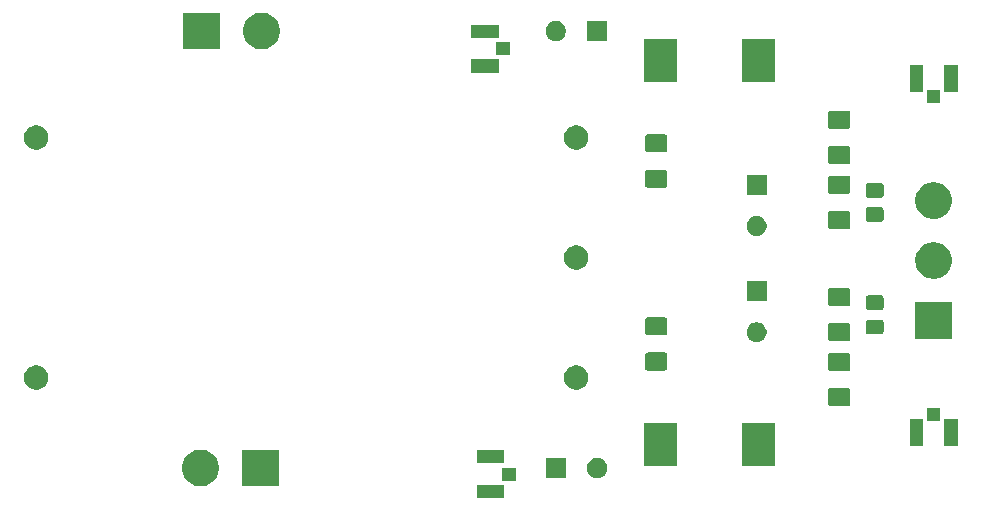
<source format=gts>
G04 #@! TF.GenerationSoftware,KiCad,Pcbnew,(5.1.4)-1*
G04 #@! TF.CreationDate,2021-06-03T13:44:04-04:00*
G04 #@! TF.ProjectId,controller_power_mod,636f6e74-726f-46c6-9c65-725f706f7765,rev?*
G04 #@! TF.SameCoordinates,Original*
G04 #@! TF.FileFunction,Soldermask,Top*
G04 #@! TF.FilePolarity,Negative*
%FSLAX46Y46*%
G04 Gerber Fmt 4.6, Leading zero omitted, Abs format (unit mm)*
G04 Created by KiCad (PCBNEW (5.1.4)-1) date 2021-06-03 13:44:04*
%MOMM*%
%LPD*%
G04 APERTURE LIST*
%ADD10C,0.100000*%
G04 APERTURE END LIST*
D10*
G36*
X88651000Y-111551000D02*
G01*
X86349000Y-111551000D01*
X86349000Y-110399000D01*
X88651000Y-110399000D01*
X88651000Y-111551000D01*
X88651000Y-111551000D01*
G37*
G36*
X69551000Y-110551000D02*
G01*
X66449000Y-110551000D01*
X66449000Y-107449000D01*
X69551000Y-107449000D01*
X69551000Y-110551000D01*
X69551000Y-110551000D01*
G37*
G36*
X63222585Y-107478802D02*
G01*
X63372410Y-107508604D01*
X63654674Y-107625521D01*
X63908705Y-107795259D01*
X64124741Y-108011295D01*
X64294479Y-108265326D01*
X64411396Y-108547590D01*
X64471000Y-108847240D01*
X64471000Y-109152760D01*
X64411396Y-109452410D01*
X64294479Y-109734674D01*
X64124741Y-109988705D01*
X63908705Y-110204741D01*
X63654674Y-110374479D01*
X63372410Y-110491396D01*
X63222585Y-110521198D01*
X63072761Y-110551000D01*
X62767239Y-110551000D01*
X62617415Y-110521198D01*
X62467590Y-110491396D01*
X62185326Y-110374479D01*
X61931295Y-110204741D01*
X61715259Y-109988705D01*
X61545521Y-109734674D01*
X61428604Y-109452410D01*
X61369000Y-109152760D01*
X61369000Y-108847240D01*
X61428604Y-108547590D01*
X61545521Y-108265326D01*
X61715259Y-108011295D01*
X61931295Y-107795259D01*
X62185326Y-107625521D01*
X62467590Y-107508604D01*
X62617415Y-107478802D01*
X62767239Y-107449000D01*
X63072761Y-107449000D01*
X63222585Y-107478802D01*
X63222585Y-107478802D01*
G37*
G36*
X89601000Y-110051000D02*
G01*
X88449000Y-110051000D01*
X88449000Y-108949000D01*
X89601000Y-108949000D01*
X89601000Y-110051000D01*
X89601000Y-110051000D01*
G37*
G36*
X93851000Y-109851000D02*
G01*
X92149000Y-109851000D01*
X92149000Y-108149000D01*
X93851000Y-108149000D01*
X93851000Y-109851000D01*
X93851000Y-109851000D01*
G37*
G36*
X96748228Y-108181703D02*
G01*
X96903100Y-108245853D01*
X97042481Y-108338985D01*
X97161015Y-108457519D01*
X97254147Y-108596900D01*
X97318297Y-108751772D01*
X97351000Y-108916184D01*
X97351000Y-109083816D01*
X97318297Y-109248228D01*
X97254147Y-109403100D01*
X97161015Y-109542481D01*
X97042481Y-109661015D01*
X96903100Y-109754147D01*
X96748228Y-109818297D01*
X96583816Y-109851000D01*
X96416184Y-109851000D01*
X96251772Y-109818297D01*
X96096900Y-109754147D01*
X95957519Y-109661015D01*
X95838985Y-109542481D01*
X95745853Y-109403100D01*
X95681703Y-109248228D01*
X95649000Y-109083816D01*
X95649000Y-108916184D01*
X95681703Y-108751772D01*
X95745853Y-108596900D01*
X95838985Y-108457519D01*
X95957519Y-108338985D01*
X96096900Y-108245853D01*
X96251772Y-108181703D01*
X96416184Y-108149000D01*
X96583816Y-108149000D01*
X96748228Y-108181703D01*
X96748228Y-108181703D01*
G37*
G36*
X111551000Y-108851000D02*
G01*
X108749000Y-108851000D01*
X108749000Y-105149000D01*
X111551000Y-105149000D01*
X111551000Y-108851000D01*
X111551000Y-108851000D01*
G37*
G36*
X103251000Y-108851000D02*
G01*
X100449000Y-108851000D01*
X100449000Y-105149000D01*
X103251000Y-105149000D01*
X103251000Y-108851000D01*
X103251000Y-108851000D01*
G37*
G36*
X88651000Y-108601000D02*
G01*
X86349000Y-108601000D01*
X86349000Y-107449000D01*
X88651000Y-107449000D01*
X88651000Y-108601000D01*
X88651000Y-108601000D01*
G37*
G36*
X124101000Y-107151000D02*
G01*
X122949000Y-107151000D01*
X122949000Y-104849000D01*
X124101000Y-104849000D01*
X124101000Y-107151000D01*
X124101000Y-107151000D01*
G37*
G36*
X127051000Y-107151000D02*
G01*
X125899000Y-107151000D01*
X125899000Y-104849000D01*
X127051000Y-104849000D01*
X127051000Y-107151000D01*
X127051000Y-107151000D01*
G37*
G36*
X125551000Y-105051000D02*
G01*
X124449000Y-105051000D01*
X124449000Y-103899000D01*
X125551000Y-103899000D01*
X125551000Y-105051000D01*
X125551000Y-105051000D01*
G37*
G36*
X117775562Y-102228181D02*
G01*
X117810481Y-102238774D01*
X117842663Y-102255976D01*
X117870873Y-102279127D01*
X117894024Y-102307337D01*
X117911226Y-102339519D01*
X117921819Y-102374438D01*
X117926000Y-102416895D01*
X117926000Y-103558105D01*
X117921819Y-103600562D01*
X117911226Y-103635481D01*
X117894024Y-103667663D01*
X117870873Y-103695873D01*
X117842663Y-103719024D01*
X117810481Y-103736226D01*
X117775562Y-103746819D01*
X117733105Y-103751000D01*
X116266895Y-103751000D01*
X116224438Y-103746819D01*
X116189519Y-103736226D01*
X116157337Y-103719024D01*
X116129127Y-103695873D01*
X116105976Y-103667663D01*
X116088774Y-103635481D01*
X116078181Y-103600562D01*
X116074000Y-103558105D01*
X116074000Y-102416895D01*
X116078181Y-102374438D01*
X116088774Y-102339519D01*
X116105976Y-102307337D01*
X116129127Y-102279127D01*
X116157337Y-102255976D01*
X116189519Y-102238774D01*
X116224438Y-102228181D01*
X116266895Y-102224000D01*
X117733105Y-102224000D01*
X117775562Y-102228181D01*
X117775562Y-102228181D01*
G37*
G36*
X49299272Y-100333428D02*
G01*
X49485991Y-100410770D01*
X49485993Y-100410771D01*
X49654037Y-100523054D01*
X49796946Y-100665963D01*
X49860598Y-100761226D01*
X49909230Y-100834009D01*
X49986572Y-101020728D01*
X50026000Y-101218947D01*
X50026000Y-101421053D01*
X49986572Y-101619272D01*
X49909230Y-101805991D01*
X49909229Y-101805993D01*
X49796946Y-101974037D01*
X49654037Y-102116946D01*
X49485993Y-102229229D01*
X49485992Y-102229230D01*
X49485991Y-102229230D01*
X49299272Y-102306572D01*
X49101053Y-102346000D01*
X48898947Y-102346000D01*
X48700728Y-102306572D01*
X48514009Y-102229230D01*
X48514008Y-102229230D01*
X48514007Y-102229229D01*
X48345963Y-102116946D01*
X48203054Y-101974037D01*
X48090771Y-101805993D01*
X48090770Y-101805991D01*
X48013428Y-101619272D01*
X47974000Y-101421053D01*
X47974000Y-101218947D01*
X48013428Y-101020728D01*
X48090770Y-100834009D01*
X48139402Y-100761226D01*
X48203054Y-100665963D01*
X48345963Y-100523054D01*
X48514007Y-100410771D01*
X48514009Y-100410770D01*
X48700728Y-100333428D01*
X48898947Y-100294000D01*
X49101053Y-100294000D01*
X49299272Y-100333428D01*
X49299272Y-100333428D01*
G37*
G36*
X95019272Y-100333428D02*
G01*
X95205991Y-100410770D01*
X95205993Y-100410771D01*
X95374037Y-100523054D01*
X95516946Y-100665963D01*
X95580598Y-100761226D01*
X95629230Y-100834009D01*
X95706572Y-101020728D01*
X95746000Y-101218947D01*
X95746000Y-101421053D01*
X95706572Y-101619272D01*
X95629230Y-101805991D01*
X95629229Y-101805993D01*
X95516946Y-101974037D01*
X95374037Y-102116946D01*
X95205993Y-102229229D01*
X95205992Y-102229230D01*
X95205991Y-102229230D01*
X95019272Y-102306572D01*
X94821053Y-102346000D01*
X94618947Y-102346000D01*
X94420728Y-102306572D01*
X94234009Y-102229230D01*
X94234008Y-102229230D01*
X94234007Y-102229229D01*
X94065963Y-102116946D01*
X93923054Y-101974037D01*
X93810771Y-101805993D01*
X93810770Y-101805991D01*
X93733428Y-101619272D01*
X93694000Y-101421053D01*
X93694000Y-101218947D01*
X93733428Y-101020728D01*
X93810770Y-100834009D01*
X93859402Y-100761226D01*
X93923054Y-100665963D01*
X94065963Y-100523054D01*
X94234007Y-100410771D01*
X94234009Y-100410770D01*
X94420728Y-100333428D01*
X94618947Y-100294000D01*
X94821053Y-100294000D01*
X95019272Y-100333428D01*
X95019272Y-100333428D01*
G37*
G36*
X117775562Y-99253181D02*
G01*
X117810481Y-99263774D01*
X117842663Y-99280976D01*
X117870873Y-99304127D01*
X117894024Y-99332337D01*
X117911226Y-99364519D01*
X117921819Y-99399438D01*
X117926000Y-99441895D01*
X117926000Y-100583105D01*
X117921819Y-100625562D01*
X117911226Y-100660481D01*
X117894024Y-100692663D01*
X117870873Y-100720873D01*
X117842663Y-100744024D01*
X117810481Y-100761226D01*
X117775562Y-100771819D01*
X117733105Y-100776000D01*
X116266895Y-100776000D01*
X116224438Y-100771819D01*
X116189519Y-100761226D01*
X116157337Y-100744024D01*
X116129127Y-100720873D01*
X116105976Y-100692663D01*
X116088774Y-100660481D01*
X116078181Y-100625562D01*
X116074000Y-100583105D01*
X116074000Y-99441895D01*
X116078181Y-99399438D01*
X116088774Y-99364519D01*
X116105976Y-99332337D01*
X116129127Y-99304127D01*
X116157337Y-99280976D01*
X116189519Y-99263774D01*
X116224438Y-99253181D01*
X116266895Y-99249000D01*
X117733105Y-99249000D01*
X117775562Y-99253181D01*
X117775562Y-99253181D01*
G37*
G36*
X102275562Y-99215681D02*
G01*
X102310481Y-99226274D01*
X102342663Y-99243476D01*
X102370873Y-99266627D01*
X102394024Y-99294837D01*
X102411226Y-99327019D01*
X102421819Y-99361938D01*
X102426000Y-99404395D01*
X102426000Y-100545605D01*
X102421819Y-100588062D01*
X102411226Y-100622981D01*
X102394024Y-100655163D01*
X102370873Y-100683373D01*
X102342663Y-100706524D01*
X102310481Y-100723726D01*
X102275562Y-100734319D01*
X102233105Y-100738500D01*
X100766895Y-100738500D01*
X100724438Y-100734319D01*
X100689519Y-100723726D01*
X100657337Y-100706524D01*
X100629127Y-100683373D01*
X100605976Y-100655163D01*
X100588774Y-100622981D01*
X100578181Y-100588062D01*
X100574000Y-100545605D01*
X100574000Y-99404395D01*
X100578181Y-99361938D01*
X100588774Y-99327019D01*
X100605976Y-99294837D01*
X100629127Y-99266627D01*
X100657337Y-99243476D01*
X100689519Y-99226274D01*
X100724438Y-99215681D01*
X100766895Y-99211500D01*
X102233105Y-99211500D01*
X102275562Y-99215681D01*
X102275562Y-99215681D01*
G37*
G36*
X110248228Y-96681703D02*
G01*
X110403100Y-96745853D01*
X110542481Y-96838985D01*
X110661015Y-96957519D01*
X110754147Y-97096900D01*
X110818297Y-97251772D01*
X110851000Y-97416184D01*
X110851000Y-97583816D01*
X110818297Y-97748228D01*
X110754147Y-97903100D01*
X110661015Y-98042481D01*
X110542481Y-98161015D01*
X110403100Y-98254147D01*
X110248228Y-98318297D01*
X110083816Y-98351000D01*
X109916184Y-98351000D01*
X109751772Y-98318297D01*
X109596900Y-98254147D01*
X109457519Y-98161015D01*
X109338985Y-98042481D01*
X109245853Y-97903100D01*
X109181703Y-97748228D01*
X109149000Y-97583816D01*
X109149000Y-97416184D01*
X109181703Y-97251772D01*
X109245853Y-97096900D01*
X109338985Y-96957519D01*
X109457519Y-96838985D01*
X109596900Y-96745853D01*
X109751772Y-96681703D01*
X109916184Y-96649000D01*
X110083816Y-96649000D01*
X110248228Y-96681703D01*
X110248228Y-96681703D01*
G37*
G36*
X117775562Y-96728181D02*
G01*
X117810481Y-96738774D01*
X117842663Y-96755976D01*
X117870873Y-96779127D01*
X117894024Y-96807337D01*
X117911226Y-96839519D01*
X117921819Y-96874438D01*
X117926000Y-96916895D01*
X117926000Y-98058105D01*
X117921819Y-98100562D01*
X117911226Y-98135481D01*
X117894024Y-98167663D01*
X117870873Y-98195873D01*
X117842663Y-98219024D01*
X117810481Y-98236226D01*
X117775562Y-98246819D01*
X117733105Y-98251000D01*
X116266895Y-98251000D01*
X116224438Y-98246819D01*
X116189519Y-98236226D01*
X116157337Y-98219024D01*
X116129127Y-98195873D01*
X116105976Y-98167663D01*
X116088774Y-98135481D01*
X116078181Y-98100562D01*
X116074000Y-98058105D01*
X116074000Y-96916895D01*
X116078181Y-96874438D01*
X116088774Y-96839519D01*
X116105976Y-96807337D01*
X116129127Y-96779127D01*
X116157337Y-96755976D01*
X116189519Y-96738774D01*
X116224438Y-96728181D01*
X116266895Y-96724000D01*
X117733105Y-96724000D01*
X117775562Y-96728181D01*
X117775562Y-96728181D01*
G37*
G36*
X126551000Y-98051000D02*
G01*
X123449000Y-98051000D01*
X123449000Y-94949000D01*
X126551000Y-94949000D01*
X126551000Y-98051000D01*
X126551000Y-98051000D01*
G37*
G36*
X102275562Y-96240681D02*
G01*
X102310481Y-96251274D01*
X102342663Y-96268476D01*
X102370873Y-96291627D01*
X102394024Y-96319837D01*
X102411226Y-96352019D01*
X102421819Y-96386938D01*
X102426000Y-96429395D01*
X102426000Y-97570605D01*
X102421819Y-97613062D01*
X102411226Y-97647981D01*
X102394024Y-97680163D01*
X102370873Y-97708373D01*
X102342663Y-97731524D01*
X102310481Y-97748726D01*
X102275562Y-97759319D01*
X102233105Y-97763500D01*
X100766895Y-97763500D01*
X100724438Y-97759319D01*
X100689519Y-97748726D01*
X100657337Y-97731524D01*
X100629127Y-97708373D01*
X100605976Y-97680163D01*
X100588774Y-97647981D01*
X100578181Y-97613062D01*
X100574000Y-97570605D01*
X100574000Y-96429395D01*
X100578181Y-96386938D01*
X100588774Y-96352019D01*
X100605976Y-96319837D01*
X100629127Y-96291627D01*
X100657337Y-96268476D01*
X100689519Y-96251274D01*
X100724438Y-96240681D01*
X100766895Y-96236500D01*
X102233105Y-96236500D01*
X102275562Y-96240681D01*
X102275562Y-96240681D01*
G37*
G36*
X120588674Y-96428465D02*
G01*
X120626367Y-96439899D01*
X120661103Y-96458466D01*
X120691548Y-96483452D01*
X120716534Y-96513897D01*
X120735101Y-96548633D01*
X120746535Y-96586326D01*
X120751000Y-96631661D01*
X120751000Y-97468339D01*
X120746535Y-97513674D01*
X120735101Y-97551367D01*
X120716534Y-97586103D01*
X120691548Y-97616548D01*
X120661103Y-97641534D01*
X120626367Y-97660101D01*
X120588674Y-97671535D01*
X120543339Y-97676000D01*
X119456661Y-97676000D01*
X119411326Y-97671535D01*
X119373633Y-97660101D01*
X119338897Y-97641534D01*
X119308452Y-97616548D01*
X119283466Y-97586103D01*
X119264899Y-97551367D01*
X119253465Y-97513674D01*
X119249000Y-97468339D01*
X119249000Y-96631661D01*
X119253465Y-96586326D01*
X119264899Y-96548633D01*
X119283466Y-96513897D01*
X119308452Y-96483452D01*
X119338897Y-96458466D01*
X119373633Y-96439899D01*
X119411326Y-96428465D01*
X119456661Y-96424000D01*
X120543339Y-96424000D01*
X120588674Y-96428465D01*
X120588674Y-96428465D01*
G37*
G36*
X120588674Y-94378465D02*
G01*
X120626367Y-94389899D01*
X120661103Y-94408466D01*
X120691548Y-94433452D01*
X120716534Y-94463897D01*
X120735101Y-94498633D01*
X120746535Y-94536326D01*
X120751000Y-94581661D01*
X120751000Y-95418339D01*
X120746535Y-95463674D01*
X120735101Y-95501367D01*
X120716534Y-95536103D01*
X120691548Y-95566548D01*
X120661103Y-95591534D01*
X120626367Y-95610101D01*
X120588674Y-95621535D01*
X120543339Y-95626000D01*
X119456661Y-95626000D01*
X119411326Y-95621535D01*
X119373633Y-95610101D01*
X119338897Y-95591534D01*
X119308452Y-95566548D01*
X119283466Y-95536103D01*
X119264899Y-95501367D01*
X119253465Y-95463674D01*
X119249000Y-95418339D01*
X119249000Y-94581661D01*
X119253465Y-94536326D01*
X119264899Y-94498633D01*
X119283466Y-94463897D01*
X119308452Y-94433452D01*
X119338897Y-94408466D01*
X119373633Y-94389899D01*
X119411326Y-94378465D01*
X119456661Y-94374000D01*
X120543339Y-94374000D01*
X120588674Y-94378465D01*
X120588674Y-94378465D01*
G37*
G36*
X117775562Y-93753181D02*
G01*
X117810481Y-93763774D01*
X117842663Y-93780976D01*
X117870873Y-93804127D01*
X117894024Y-93832337D01*
X117911226Y-93864519D01*
X117921819Y-93899438D01*
X117926000Y-93941895D01*
X117926000Y-95083105D01*
X117921819Y-95125562D01*
X117911226Y-95160481D01*
X117894024Y-95192663D01*
X117870873Y-95220873D01*
X117842663Y-95244024D01*
X117810481Y-95261226D01*
X117775562Y-95271819D01*
X117733105Y-95276000D01*
X116266895Y-95276000D01*
X116224438Y-95271819D01*
X116189519Y-95261226D01*
X116157337Y-95244024D01*
X116129127Y-95220873D01*
X116105976Y-95192663D01*
X116088774Y-95160481D01*
X116078181Y-95125562D01*
X116074000Y-95083105D01*
X116074000Y-93941895D01*
X116078181Y-93899438D01*
X116088774Y-93864519D01*
X116105976Y-93832337D01*
X116129127Y-93804127D01*
X116157337Y-93780976D01*
X116189519Y-93763774D01*
X116224438Y-93753181D01*
X116266895Y-93749000D01*
X117733105Y-93749000D01*
X117775562Y-93753181D01*
X117775562Y-93753181D01*
G37*
G36*
X110851000Y-94851000D02*
G01*
X109149000Y-94851000D01*
X109149000Y-93149000D01*
X110851000Y-93149000D01*
X110851000Y-94851000D01*
X110851000Y-94851000D01*
G37*
G36*
X125302585Y-89898802D02*
G01*
X125452410Y-89928604D01*
X125734674Y-90045521D01*
X125988705Y-90215259D01*
X126204741Y-90431295D01*
X126374479Y-90685326D01*
X126491396Y-90967590D01*
X126491396Y-90967591D01*
X126551000Y-91267239D01*
X126551000Y-91572761D01*
X126536433Y-91645993D01*
X126491396Y-91872410D01*
X126374479Y-92154674D01*
X126204741Y-92408705D01*
X125988705Y-92624741D01*
X125734674Y-92794479D01*
X125452410Y-92911396D01*
X125302585Y-92941198D01*
X125152761Y-92971000D01*
X124847239Y-92971000D01*
X124697415Y-92941198D01*
X124547590Y-92911396D01*
X124265326Y-92794479D01*
X124011295Y-92624741D01*
X123795259Y-92408705D01*
X123625521Y-92154674D01*
X123508604Y-91872410D01*
X123463567Y-91645993D01*
X123449000Y-91572761D01*
X123449000Y-91267239D01*
X123508604Y-90967591D01*
X123508604Y-90967590D01*
X123625521Y-90685326D01*
X123795259Y-90431295D01*
X124011295Y-90215259D01*
X124265326Y-90045521D01*
X124547590Y-89928604D01*
X124697415Y-89898802D01*
X124847239Y-89869000D01*
X125152761Y-89869000D01*
X125302585Y-89898802D01*
X125302585Y-89898802D01*
G37*
G36*
X95019272Y-90173428D02*
G01*
X95205991Y-90250770D01*
X95205993Y-90250771D01*
X95374037Y-90363054D01*
X95516946Y-90505963D01*
X95629229Y-90674007D01*
X95629230Y-90674009D01*
X95706572Y-90860728D01*
X95746000Y-91058947D01*
X95746000Y-91261053D01*
X95706572Y-91459272D01*
X95659563Y-91572760D01*
X95629229Y-91645993D01*
X95516946Y-91814037D01*
X95374037Y-91956946D01*
X95205993Y-92069229D01*
X95205992Y-92069230D01*
X95205991Y-92069230D01*
X95019272Y-92146572D01*
X94821053Y-92186000D01*
X94618947Y-92186000D01*
X94420728Y-92146572D01*
X94234009Y-92069230D01*
X94234008Y-92069230D01*
X94234007Y-92069229D01*
X94065963Y-91956946D01*
X93923054Y-91814037D01*
X93810771Y-91645993D01*
X93780437Y-91572760D01*
X93733428Y-91459272D01*
X93694000Y-91261053D01*
X93694000Y-91058947D01*
X93733428Y-90860728D01*
X93810770Y-90674009D01*
X93810771Y-90674007D01*
X93923054Y-90505963D01*
X94065963Y-90363054D01*
X94234007Y-90250771D01*
X94234009Y-90250770D01*
X94420728Y-90173428D01*
X94618947Y-90134000D01*
X94821053Y-90134000D01*
X95019272Y-90173428D01*
X95019272Y-90173428D01*
G37*
G36*
X110248228Y-87681703D02*
G01*
X110403100Y-87745853D01*
X110542481Y-87838985D01*
X110661015Y-87957519D01*
X110754147Y-88096900D01*
X110818297Y-88251772D01*
X110851000Y-88416184D01*
X110851000Y-88583816D01*
X110818297Y-88748228D01*
X110754147Y-88903100D01*
X110661015Y-89042481D01*
X110542481Y-89161015D01*
X110403100Y-89254147D01*
X110248228Y-89318297D01*
X110083816Y-89351000D01*
X109916184Y-89351000D01*
X109751772Y-89318297D01*
X109596900Y-89254147D01*
X109457519Y-89161015D01*
X109338985Y-89042481D01*
X109245853Y-88903100D01*
X109181703Y-88748228D01*
X109149000Y-88583816D01*
X109149000Y-88416184D01*
X109181703Y-88251772D01*
X109245853Y-88096900D01*
X109338985Y-87957519D01*
X109457519Y-87838985D01*
X109596900Y-87745853D01*
X109751772Y-87681703D01*
X109916184Y-87649000D01*
X110083816Y-87649000D01*
X110248228Y-87681703D01*
X110248228Y-87681703D01*
G37*
G36*
X117775562Y-87228181D02*
G01*
X117810481Y-87238774D01*
X117842663Y-87255976D01*
X117870873Y-87279127D01*
X117894024Y-87307337D01*
X117911226Y-87339519D01*
X117921819Y-87374438D01*
X117926000Y-87416895D01*
X117926000Y-88558105D01*
X117921819Y-88600562D01*
X117911226Y-88635481D01*
X117894024Y-88667663D01*
X117870873Y-88695873D01*
X117842663Y-88719024D01*
X117810481Y-88736226D01*
X117775562Y-88746819D01*
X117733105Y-88751000D01*
X116266895Y-88751000D01*
X116224438Y-88746819D01*
X116189519Y-88736226D01*
X116157337Y-88719024D01*
X116129127Y-88695873D01*
X116105976Y-88667663D01*
X116088774Y-88635481D01*
X116078181Y-88600562D01*
X116074000Y-88558105D01*
X116074000Y-87416895D01*
X116078181Y-87374438D01*
X116088774Y-87339519D01*
X116105976Y-87307337D01*
X116129127Y-87279127D01*
X116157337Y-87255976D01*
X116189519Y-87238774D01*
X116224438Y-87228181D01*
X116266895Y-87224000D01*
X117733105Y-87224000D01*
X117775562Y-87228181D01*
X117775562Y-87228181D01*
G37*
G36*
X120588674Y-86903465D02*
G01*
X120626367Y-86914899D01*
X120661103Y-86933466D01*
X120691548Y-86958452D01*
X120716534Y-86988897D01*
X120735101Y-87023633D01*
X120746535Y-87061326D01*
X120751000Y-87106661D01*
X120751000Y-87943339D01*
X120746535Y-87988674D01*
X120735101Y-88026367D01*
X120716534Y-88061103D01*
X120691548Y-88091548D01*
X120661103Y-88116534D01*
X120626367Y-88135101D01*
X120588674Y-88146535D01*
X120543339Y-88151000D01*
X119456661Y-88151000D01*
X119411326Y-88146535D01*
X119373633Y-88135101D01*
X119338897Y-88116534D01*
X119308452Y-88091548D01*
X119283466Y-88061103D01*
X119264899Y-88026367D01*
X119253465Y-87988674D01*
X119249000Y-87943339D01*
X119249000Y-87106661D01*
X119253465Y-87061326D01*
X119264899Y-87023633D01*
X119283466Y-86988897D01*
X119308452Y-86958452D01*
X119338897Y-86933466D01*
X119373633Y-86914899D01*
X119411326Y-86903465D01*
X119456661Y-86899000D01*
X120543339Y-86899000D01*
X120588674Y-86903465D01*
X120588674Y-86903465D01*
G37*
G36*
X125302585Y-84818802D02*
G01*
X125452410Y-84848604D01*
X125734674Y-84965521D01*
X125988705Y-85135259D01*
X126204741Y-85351295D01*
X126374479Y-85605326D01*
X126491396Y-85887590D01*
X126551000Y-86187240D01*
X126551000Y-86492760D01*
X126491396Y-86792410D01*
X126374479Y-87074674D01*
X126204741Y-87328705D01*
X125988705Y-87544741D01*
X125734674Y-87714479D01*
X125452410Y-87831396D01*
X125414257Y-87838985D01*
X125152761Y-87891000D01*
X124847239Y-87891000D01*
X124585743Y-87838985D01*
X124547590Y-87831396D01*
X124265326Y-87714479D01*
X124011295Y-87544741D01*
X123795259Y-87328705D01*
X123625521Y-87074674D01*
X123508604Y-86792410D01*
X123449000Y-86492760D01*
X123449000Y-86187240D01*
X123508604Y-85887590D01*
X123625521Y-85605326D01*
X123795259Y-85351295D01*
X124011295Y-85135259D01*
X124265326Y-84965521D01*
X124547590Y-84848604D01*
X124697415Y-84818802D01*
X124847239Y-84789000D01*
X125152761Y-84789000D01*
X125302585Y-84818802D01*
X125302585Y-84818802D01*
G37*
G36*
X120588674Y-84853465D02*
G01*
X120626367Y-84864899D01*
X120661103Y-84883466D01*
X120691548Y-84908452D01*
X120716534Y-84938897D01*
X120735101Y-84973633D01*
X120746535Y-85011326D01*
X120751000Y-85056661D01*
X120751000Y-85893339D01*
X120746535Y-85938674D01*
X120735101Y-85976367D01*
X120716534Y-86011103D01*
X120691548Y-86041548D01*
X120661103Y-86066534D01*
X120626367Y-86085101D01*
X120588674Y-86096535D01*
X120543339Y-86101000D01*
X119456661Y-86101000D01*
X119411326Y-86096535D01*
X119373633Y-86085101D01*
X119338897Y-86066534D01*
X119308452Y-86041548D01*
X119283466Y-86011103D01*
X119264899Y-85976367D01*
X119253465Y-85938674D01*
X119249000Y-85893339D01*
X119249000Y-85056661D01*
X119253465Y-85011326D01*
X119264899Y-84973633D01*
X119283466Y-84938897D01*
X119308452Y-84908452D01*
X119338897Y-84883466D01*
X119373633Y-84864899D01*
X119411326Y-84853465D01*
X119456661Y-84849000D01*
X120543339Y-84849000D01*
X120588674Y-84853465D01*
X120588674Y-84853465D01*
G37*
G36*
X110851000Y-85851000D02*
G01*
X109149000Y-85851000D01*
X109149000Y-84149000D01*
X110851000Y-84149000D01*
X110851000Y-85851000D01*
X110851000Y-85851000D01*
G37*
G36*
X117775562Y-84253181D02*
G01*
X117810481Y-84263774D01*
X117842663Y-84280976D01*
X117870873Y-84304127D01*
X117894024Y-84332337D01*
X117911226Y-84364519D01*
X117921819Y-84399438D01*
X117926000Y-84441895D01*
X117926000Y-85583105D01*
X117921819Y-85625562D01*
X117911226Y-85660481D01*
X117894024Y-85692663D01*
X117870873Y-85720873D01*
X117842663Y-85744024D01*
X117810481Y-85761226D01*
X117775562Y-85771819D01*
X117733105Y-85776000D01*
X116266895Y-85776000D01*
X116224438Y-85771819D01*
X116189519Y-85761226D01*
X116157337Y-85744024D01*
X116129127Y-85720873D01*
X116105976Y-85692663D01*
X116088774Y-85660481D01*
X116078181Y-85625562D01*
X116074000Y-85583105D01*
X116074000Y-84441895D01*
X116078181Y-84399438D01*
X116088774Y-84364519D01*
X116105976Y-84332337D01*
X116129127Y-84304127D01*
X116157337Y-84280976D01*
X116189519Y-84263774D01*
X116224438Y-84253181D01*
X116266895Y-84249000D01*
X117733105Y-84249000D01*
X117775562Y-84253181D01*
X117775562Y-84253181D01*
G37*
G36*
X102275562Y-83728181D02*
G01*
X102310481Y-83738774D01*
X102342663Y-83755976D01*
X102370873Y-83779127D01*
X102394024Y-83807337D01*
X102411226Y-83839519D01*
X102421819Y-83874438D01*
X102426000Y-83916895D01*
X102426000Y-85058105D01*
X102421819Y-85100562D01*
X102411226Y-85135481D01*
X102394024Y-85167663D01*
X102370873Y-85195873D01*
X102342663Y-85219024D01*
X102310481Y-85236226D01*
X102275562Y-85246819D01*
X102233105Y-85251000D01*
X100766895Y-85251000D01*
X100724438Y-85246819D01*
X100689519Y-85236226D01*
X100657337Y-85219024D01*
X100629127Y-85195873D01*
X100605976Y-85167663D01*
X100588774Y-85135481D01*
X100578181Y-85100562D01*
X100574000Y-85058105D01*
X100574000Y-83916895D01*
X100578181Y-83874438D01*
X100588774Y-83839519D01*
X100605976Y-83807337D01*
X100629127Y-83779127D01*
X100657337Y-83755976D01*
X100689519Y-83738774D01*
X100724438Y-83728181D01*
X100766895Y-83724000D01*
X102233105Y-83724000D01*
X102275562Y-83728181D01*
X102275562Y-83728181D01*
G37*
G36*
X117775562Y-81728181D02*
G01*
X117810481Y-81738774D01*
X117842663Y-81755976D01*
X117870873Y-81779127D01*
X117894024Y-81807337D01*
X117911226Y-81839519D01*
X117921819Y-81874438D01*
X117926000Y-81916895D01*
X117926000Y-83058105D01*
X117921819Y-83100562D01*
X117911226Y-83135481D01*
X117894024Y-83167663D01*
X117870873Y-83195873D01*
X117842663Y-83219024D01*
X117810481Y-83236226D01*
X117775562Y-83246819D01*
X117733105Y-83251000D01*
X116266895Y-83251000D01*
X116224438Y-83246819D01*
X116189519Y-83236226D01*
X116157337Y-83219024D01*
X116129127Y-83195873D01*
X116105976Y-83167663D01*
X116088774Y-83135481D01*
X116078181Y-83100562D01*
X116074000Y-83058105D01*
X116074000Y-81916895D01*
X116078181Y-81874438D01*
X116088774Y-81839519D01*
X116105976Y-81807337D01*
X116129127Y-81779127D01*
X116157337Y-81755976D01*
X116189519Y-81738774D01*
X116224438Y-81728181D01*
X116266895Y-81724000D01*
X117733105Y-81724000D01*
X117775562Y-81728181D01*
X117775562Y-81728181D01*
G37*
G36*
X102275562Y-80753181D02*
G01*
X102310481Y-80763774D01*
X102342663Y-80780976D01*
X102370873Y-80804127D01*
X102394024Y-80832337D01*
X102411226Y-80864519D01*
X102421819Y-80899438D01*
X102426000Y-80941895D01*
X102426000Y-82083105D01*
X102421819Y-82125562D01*
X102411226Y-82160481D01*
X102394024Y-82192663D01*
X102370873Y-82220873D01*
X102342663Y-82244024D01*
X102310481Y-82261226D01*
X102275562Y-82271819D01*
X102233105Y-82276000D01*
X100766895Y-82276000D01*
X100724438Y-82271819D01*
X100689519Y-82261226D01*
X100657337Y-82244024D01*
X100629127Y-82220873D01*
X100605976Y-82192663D01*
X100588774Y-82160481D01*
X100578181Y-82125562D01*
X100574000Y-82083105D01*
X100574000Y-80941895D01*
X100578181Y-80899438D01*
X100588774Y-80864519D01*
X100605976Y-80832337D01*
X100629127Y-80804127D01*
X100657337Y-80780976D01*
X100689519Y-80763774D01*
X100724438Y-80753181D01*
X100766895Y-80749000D01*
X102233105Y-80749000D01*
X102275562Y-80753181D01*
X102275562Y-80753181D01*
G37*
G36*
X95019272Y-80013428D02*
G01*
X95187486Y-80083105D01*
X95205993Y-80090771D01*
X95374037Y-80203054D01*
X95516946Y-80345963D01*
X95629229Y-80514007D01*
X95629230Y-80514009D01*
X95706572Y-80700728D01*
X95746000Y-80898947D01*
X95746000Y-81101053D01*
X95706572Y-81299272D01*
X95629230Y-81485991D01*
X95629229Y-81485993D01*
X95516946Y-81654037D01*
X95374037Y-81796946D01*
X95205993Y-81909229D01*
X95205992Y-81909230D01*
X95205991Y-81909230D01*
X95019272Y-81986572D01*
X94821053Y-82026000D01*
X94618947Y-82026000D01*
X94420728Y-81986572D01*
X94234009Y-81909230D01*
X94234008Y-81909230D01*
X94234007Y-81909229D01*
X94065963Y-81796946D01*
X93923054Y-81654037D01*
X93810771Y-81485993D01*
X93810770Y-81485991D01*
X93733428Y-81299272D01*
X93694000Y-81101053D01*
X93694000Y-80898947D01*
X93733428Y-80700728D01*
X93810770Y-80514009D01*
X93810771Y-80514007D01*
X93923054Y-80345963D01*
X94065963Y-80203054D01*
X94234007Y-80090771D01*
X94252514Y-80083105D01*
X94420728Y-80013428D01*
X94618947Y-79974000D01*
X94821053Y-79974000D01*
X95019272Y-80013428D01*
X95019272Y-80013428D01*
G37*
G36*
X49299272Y-80013428D02*
G01*
X49467486Y-80083105D01*
X49485993Y-80090771D01*
X49654037Y-80203054D01*
X49796946Y-80345963D01*
X49909229Y-80514007D01*
X49909230Y-80514009D01*
X49986572Y-80700728D01*
X50026000Y-80898947D01*
X50026000Y-81101053D01*
X49986572Y-81299272D01*
X49909230Y-81485991D01*
X49909229Y-81485993D01*
X49796946Y-81654037D01*
X49654037Y-81796946D01*
X49485993Y-81909229D01*
X49485992Y-81909230D01*
X49485991Y-81909230D01*
X49299272Y-81986572D01*
X49101053Y-82026000D01*
X48898947Y-82026000D01*
X48700728Y-81986572D01*
X48514009Y-81909230D01*
X48514008Y-81909230D01*
X48514007Y-81909229D01*
X48345963Y-81796946D01*
X48203054Y-81654037D01*
X48090771Y-81485993D01*
X48090770Y-81485991D01*
X48013428Y-81299272D01*
X47974000Y-81101053D01*
X47974000Y-80898947D01*
X48013428Y-80700728D01*
X48090770Y-80514009D01*
X48090771Y-80514007D01*
X48203054Y-80345963D01*
X48345963Y-80203054D01*
X48514007Y-80090771D01*
X48532514Y-80083105D01*
X48700728Y-80013428D01*
X48898947Y-79974000D01*
X49101053Y-79974000D01*
X49299272Y-80013428D01*
X49299272Y-80013428D01*
G37*
G36*
X117775562Y-78753181D02*
G01*
X117810481Y-78763774D01*
X117842663Y-78780976D01*
X117870873Y-78804127D01*
X117894024Y-78832337D01*
X117911226Y-78864519D01*
X117921819Y-78899438D01*
X117926000Y-78941895D01*
X117926000Y-80083105D01*
X117921819Y-80125562D01*
X117911226Y-80160481D01*
X117894024Y-80192663D01*
X117870873Y-80220873D01*
X117842663Y-80244024D01*
X117810481Y-80261226D01*
X117775562Y-80271819D01*
X117733105Y-80276000D01*
X116266895Y-80276000D01*
X116224438Y-80271819D01*
X116189519Y-80261226D01*
X116157337Y-80244024D01*
X116129127Y-80220873D01*
X116105976Y-80192663D01*
X116088774Y-80160481D01*
X116078181Y-80125562D01*
X116074000Y-80083105D01*
X116074000Y-78941895D01*
X116078181Y-78899438D01*
X116088774Y-78864519D01*
X116105976Y-78832337D01*
X116129127Y-78804127D01*
X116157337Y-78780976D01*
X116189519Y-78763774D01*
X116224438Y-78753181D01*
X116266895Y-78749000D01*
X117733105Y-78749000D01*
X117775562Y-78753181D01*
X117775562Y-78753181D01*
G37*
G36*
X125551000Y-78101000D02*
G01*
X124449000Y-78101000D01*
X124449000Y-76949000D01*
X125551000Y-76949000D01*
X125551000Y-78101000D01*
X125551000Y-78101000D01*
G37*
G36*
X127051000Y-77151000D02*
G01*
X125899000Y-77151000D01*
X125899000Y-74849000D01*
X127051000Y-74849000D01*
X127051000Y-77151000D01*
X127051000Y-77151000D01*
G37*
G36*
X124101000Y-77151000D02*
G01*
X122949000Y-77151000D01*
X122949000Y-74849000D01*
X124101000Y-74849000D01*
X124101000Y-77151000D01*
X124101000Y-77151000D01*
G37*
G36*
X111551000Y-76351000D02*
G01*
X108749000Y-76351000D01*
X108749000Y-72649000D01*
X111551000Y-72649000D01*
X111551000Y-76351000D01*
X111551000Y-76351000D01*
G37*
G36*
X103251000Y-76351000D02*
G01*
X100449000Y-76351000D01*
X100449000Y-72649000D01*
X103251000Y-72649000D01*
X103251000Y-76351000D01*
X103251000Y-76351000D01*
G37*
G36*
X88151000Y-75551000D02*
G01*
X85849000Y-75551000D01*
X85849000Y-74399000D01*
X88151000Y-74399000D01*
X88151000Y-75551000D01*
X88151000Y-75551000D01*
G37*
G36*
X89101000Y-74051000D02*
G01*
X87949000Y-74051000D01*
X87949000Y-72949000D01*
X89101000Y-72949000D01*
X89101000Y-74051000D01*
X89101000Y-74051000D01*
G37*
G36*
X68382585Y-70478802D02*
G01*
X68532410Y-70508604D01*
X68814674Y-70625521D01*
X69068705Y-70795259D01*
X69284741Y-71011295D01*
X69454479Y-71265326D01*
X69571396Y-71547590D01*
X69631000Y-71847240D01*
X69631000Y-72152760D01*
X69571396Y-72452410D01*
X69454479Y-72734674D01*
X69284741Y-72988705D01*
X69068705Y-73204741D01*
X68814674Y-73374479D01*
X68532410Y-73491396D01*
X68382585Y-73521198D01*
X68232761Y-73551000D01*
X67927239Y-73551000D01*
X67777415Y-73521198D01*
X67627590Y-73491396D01*
X67345326Y-73374479D01*
X67091295Y-73204741D01*
X66875259Y-72988705D01*
X66705521Y-72734674D01*
X66588604Y-72452410D01*
X66529000Y-72152760D01*
X66529000Y-71847240D01*
X66588604Y-71547590D01*
X66705521Y-71265326D01*
X66875259Y-71011295D01*
X67091295Y-70795259D01*
X67345326Y-70625521D01*
X67627590Y-70508604D01*
X67777415Y-70478802D01*
X67927239Y-70449000D01*
X68232761Y-70449000D01*
X68382585Y-70478802D01*
X68382585Y-70478802D01*
G37*
G36*
X64551000Y-73551000D02*
G01*
X61449000Y-73551000D01*
X61449000Y-70449000D01*
X64551000Y-70449000D01*
X64551000Y-73551000D01*
X64551000Y-73551000D01*
G37*
G36*
X97351000Y-72851000D02*
G01*
X95649000Y-72851000D01*
X95649000Y-71149000D01*
X97351000Y-71149000D01*
X97351000Y-72851000D01*
X97351000Y-72851000D01*
G37*
G36*
X93248228Y-71181703D02*
G01*
X93403100Y-71245853D01*
X93542481Y-71338985D01*
X93661015Y-71457519D01*
X93754147Y-71596900D01*
X93818297Y-71751772D01*
X93851000Y-71916184D01*
X93851000Y-72083816D01*
X93818297Y-72248228D01*
X93754147Y-72403100D01*
X93661015Y-72542481D01*
X93542481Y-72661015D01*
X93403100Y-72754147D01*
X93248228Y-72818297D01*
X93083816Y-72851000D01*
X92916184Y-72851000D01*
X92751772Y-72818297D01*
X92596900Y-72754147D01*
X92457519Y-72661015D01*
X92338985Y-72542481D01*
X92245853Y-72403100D01*
X92181703Y-72248228D01*
X92149000Y-72083816D01*
X92149000Y-71916184D01*
X92181703Y-71751772D01*
X92245853Y-71596900D01*
X92338985Y-71457519D01*
X92457519Y-71338985D01*
X92596900Y-71245853D01*
X92751772Y-71181703D01*
X92916184Y-71149000D01*
X93083816Y-71149000D01*
X93248228Y-71181703D01*
X93248228Y-71181703D01*
G37*
G36*
X88151000Y-72601000D02*
G01*
X85849000Y-72601000D01*
X85849000Y-71449000D01*
X88151000Y-71449000D01*
X88151000Y-72601000D01*
X88151000Y-72601000D01*
G37*
M02*

</source>
